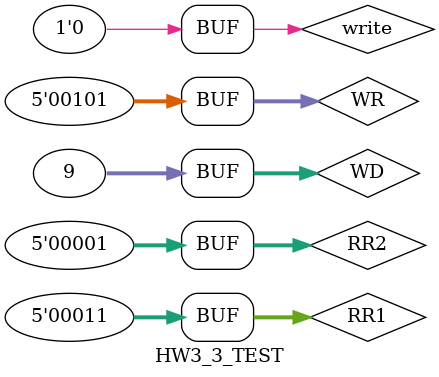
<source format=v>
`timescale 1ns / 1ps


module HW3_3_TEST();
reg [4:0]RR1;
reg [4:0]RR2;
reg [4:0]WR;
reg [31:0]WD;
reg write;
wire [31:0]RD1;
wire [31:0]RD2;
HW3_3 UUT(RR1,RR2,WR,WD,RD1,RD2,write);
initial begin
#0 write=1;WR=0;WD=0;RR1=0;RR2=0;
#5 WR=1;WD=7;
#10 WR=3;WD=100;
#25 write=0;RR1=1;RR2=3;WR=5;WD=9;
#30 RR2=1;RR1=3;
end
endmodule

</source>
